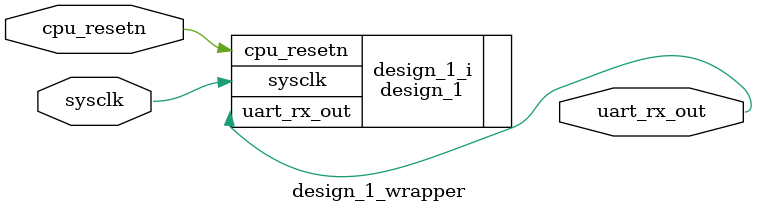
<source format=v>
`timescale 1 ps / 1 ps

module design_1_wrapper
   (cpu_resetn,
    sysclk,
    uart_rx_out);
  input cpu_resetn;
  input sysclk;
  output uart_rx_out;

  wire cpu_resetn;
  wire sysclk;
  wire uart_rx_out;

  design_1 design_1_i
       (.cpu_resetn(cpu_resetn),
        .sysclk(sysclk),
        .uart_rx_out(uart_rx_out));
endmodule

</source>
